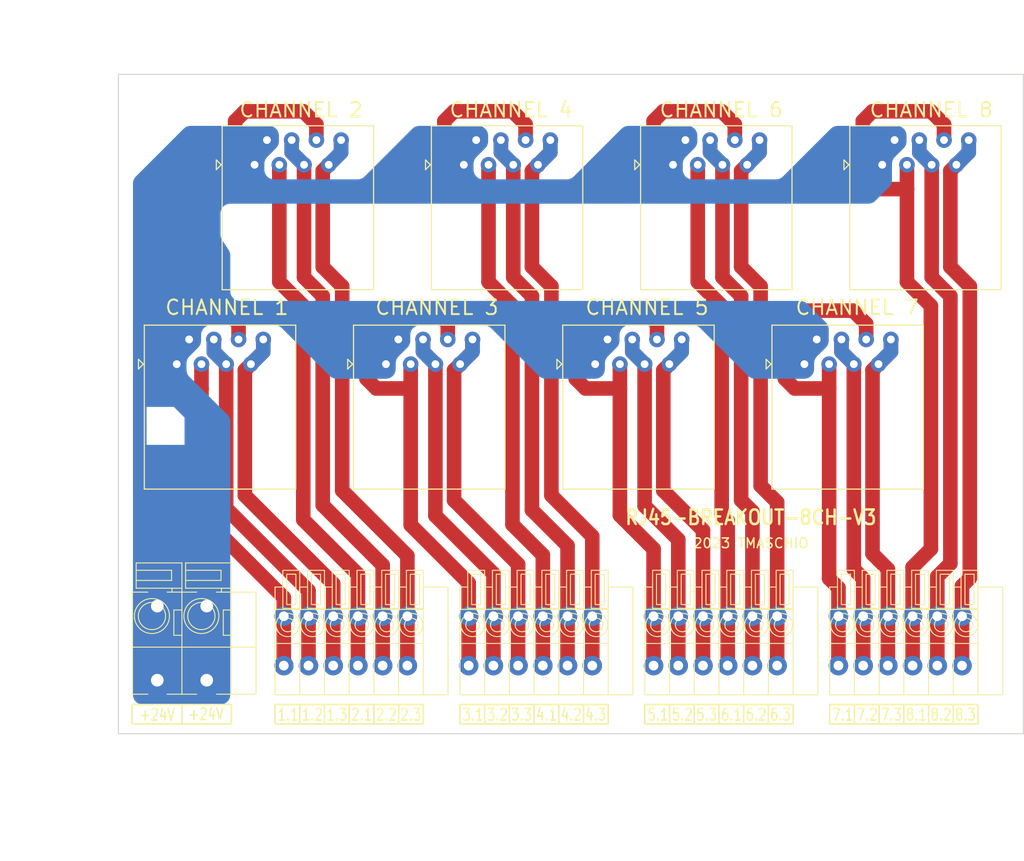
<source format=kicad_pcb>
(kicad_pcb (version 20241229) (generator "pcbnew") (generator_version "9.0")
  (title_block (title "8 Channel RJ45 Breakout Board") (rev "V3"))
  (layers (0 "F.Cu" signal) (2 "B.Cu" signal) (13 "F.Paste" user) (15 "B.Paste" user) (5 "F.SilkS" user "F.Silkscreen") (7 "B.SilkS" user "B.Silkscreen") (1 "F.Mask" user) (3 "B.Mask" user) (25 "Edge.Cuts" user))
  (net 0 "")
  (net 1 "Net-(J9-Pin_1)")
  (net 2 "Net-(J10-Pin_1)")
  (net 3 "Net-(J10-Pin_2)")
  (net 4 "Net-(J10-Pin_3)")
  (net 5 "Net-(J10-Pin_4)")
  (net 6 "Net-(J10-Pin_5)")
  (net 7 "Net-(J10-Pin_6)")
  (net 8 "Net-(J11-Pin_1)")
  (net 9 "Net-(J11-Pin_2)")
  (net 10 "Net-(J11-Pin_3)")
  (net 11 "Net-(J11-Pin_4)")
  (net 12 "Net-(J11-Pin_5)")
  (net 13 "Net-(J11-Pin_6)")
  (net 14 "Net-(J12-Pin_1)")
  (net 15 "Net-(J12-Pin_2)")
  (net 16 "Net-(J12-Pin_3)")
  (net 17 "Net-(J12-Pin_4)")
  (net 18 "Net-(J12-Pin_5)")
  (net 19 "Net-(J12-Pin_6)")
  (net 20 "Net-(J13-Pin_1)")
  (net 21 "Net-(J13-Pin_2)")
  (net 22 "Net-(J13-Pin_3)")
  (net 23 "Net-(J13-Pin_4)")
  (net 24 "Net-(J13-Pin_5)")
  (net 25 "Net-(J13-Pin_6)")
  (footprint "Tales:RJ45_CKMTW_R-RJ45S08P-A004" (layer "F.Cu") (at 131.945 92)
    (property "Reference" "J3")
    (property "Value" "Jack RJ45")
  )
  (footprint "Tales:RJ45_CKMTW_R-RJ45S08P-A004" (layer "F.Cu") (at 153.445 92)
    (property "Reference" "J5")
    (property "Value" "Jack RJ45")
  )
  (footprint "Tales:RJ45_CKMTW_R-RJ45S08P-A004" (layer "F.Cu") (at 139.945 71.5)
    (property "Reference" "J4")
    (property "Value" "Jack RJ45")
  )
  (footprint "Tales:TerminalBlock_Dibo_DB141V-2.54-6P_1x06_P2.54mm_Vertical" (layer "F.Cu") (at 174 123)
    (property "Reference" "J13")
    (property "Value" "DB141V-2.54-6P")
  )
  (footprint "Tales:RJ45_CKMTW_R-RJ45S08P-A004" (layer "F.Cu") (at 174.945 92)
    (property "Reference" "J7")
    (property "Value" "Jack RJ45")
  )
  (footprint "Tales:RJ45_CKMTW_R-RJ45S08P-A004" (layer "F.Cu") (at 161.445 71.5)
    (property "Reference" "J6")
    (property "Value" "Jack RJ45")
  )
  (footprint "Tales:TerminalBlock_Dibo_DB141V-2.54-6P_1x06_P2.54mm_Vertical" (layer "F.Cu") (at 117 123)
    (property "Reference" "J10")
    (property "Value" "DB141V-2.54-6P")
  )
  (footprint "Tales:TerminalBlock_Dibo_DB141V-2.54-6P_1x06_P2.54mm_Vertical" (layer "F.Cu") (at 155 123)
    (property "Reference" "J12")
    (property "Value" "DB141V-2.54-6P")
  )
  (footprint "Tales:RJ45_CKMTW_R-RJ45S08P-A004" (layer "F.Cu") (at 182.945 71.5)
    (property "Reference" "J8")
    (property "Value" "Jack RJ45")
  )
  (footprint "Tales:RJ45_CKMTW_R-RJ45S08P-A004" (layer "F.Cu") (at 118.445 71.5)
    (property "Reference" "J2")
    (property "Value" "Jack RJ45")
  )
  (footprint "Tales:RJ45_CKMTW_R-RJ45S08P-A004" (layer "F.Cu") (at 110.445 92)
    (property "Reference" "J1")
    (property "Value" "Jack RJ45")
  )
  (footprint "Tales:TerminalBlock_Dibo_DB141V-2.54-6P_1x06_P2.54mm_Vertical" (layer "F.Cu") (at 136 123)
    (property "Reference" "J11")
    (property "Value" "DB141V-2.54-6P")
  )
  (footprint "Tales:TerminalBlock_Dibo_DB142V-5.08-2P_1x02_P5.08mm_Vertical" (layer "F.Cu") (at 104 124.5)
    (property "Reference" "J9")
    (property "Value" "DB142V-5.08-2P")
  )
  (gr_line (start 145.26 127) (end 145.26 129) (stroke (width 0.15)) (layer "F.SilkS"))
  (gr_line (start 123.72 127) (end 123.72 129) (stroke (width 0.15)) (layer "F.SilkS"))
  (gr_line (start 137.64 127) (end 137.64 129) (stroke (width 0.15)) (layer "F.SilkS"))
  (gr_line (start 126.26 127) (end 126.26 129) (stroke (width 0.15)) (layer "F.SilkS"))
  (gr_rect (start 173.1 127) (end 188.34 129) (stroke (width 0.15)) (fill no) (layer "F.SilkS"))
  (gr_rect (start 116.1 127) (end 131.34 129) (stroke (width 0.15)) (fill no) (layer "F.SilkS"))
  (gr_line (start 180.72 127) (end 180.72 129) (stroke (width 0.15)) (layer "F.SilkS"))
  (gr_line (start 159.18 127) (end 159.18 129) (stroke (width 0.15)) (layer "F.SilkS"))
  (gr_line (start 161.72 127) (end 161.72 129) (stroke (width 0.15)) (layer "F.SilkS"))
  (gr_line (start 183.26 127) (end 183.26 129) (stroke (width 0.15)) (layer "F.SilkS"))
  (gr_line (start 178.18 127) (end 178.18 129) (stroke (width 0.15)) (layer "F.SilkS"))
  (gr_rect (start 135.1 127) (end 150.34 129) (stroke (width 0.15)) (fill no) (layer "F.SilkS"))
  (gr_rect (start 154.1 127) (end 169.34 129) (stroke (width 0.15)) (fill no) (layer "F.SilkS"))
  (gr_line (start 140.18 127) (end 140.18 129) (stroke (width 0.15)) (layer "F.SilkS"))
  (gr_line (start 121.18 127) (end 121.18 129) (stroke (width 0.15)) (layer "F.SilkS"))
  (gr_line (start 147.8 127) (end 147.8 129) (stroke (width 0.15)) (layer "F.SilkS"))
  (gr_line (start 106.54 127) (end 106.54 129) (stroke (width 0.15)) (layer "F.SilkS"))
  (gr_line (start 185.8 127) (end 185.8 129) (stroke (width 0.15)) (layer "F.SilkS"))
  (gr_line (start 175.64 127) (end 175.64 129) (stroke (width 0.15)) (layer "F.SilkS"))
  (gr_line (start 142.72 127) (end 142.72 129) (stroke (width 0.15)) (layer "F.SilkS"))
  (gr_rect (start 101.4 127) (end 111.62 129) (stroke (width 0.15)) (fill no) (layer "F.SilkS"))
  (gr_line (start 166.8 127) (end 166.8 129) (stroke (width 0.15)) (layer "F.SilkS"))
  (gr_line (start 164.26 127) (end 164.26 129) (stroke (width 0.15)) (layer "F.SilkS"))
  (gr_line (start 128.8 127) (end 128.8 129) (stroke (width 0.15)) (layer "F.SilkS"))
  (gr_line (start 156.64 127) (end 156.64 129) (stroke (width 0.15)) (layer "F.SilkS"))
  (gr_line (start 118.64 127) (end 118.64 129) (stroke (width 0.15)) (layer "F.SilkS"))
  (gr_line (start 100 130) (end 193 130) (stroke (width 0.1)) (layer "Edge.Cuts"))
  (gr_line (start 193 62.2) (end 100 62.2) (stroke (width 0.1)) (layer "Edge.Cuts"))
  (gr_line (start 100 62.2) (end 100 130) (stroke (width 0.1)) (layer "Edge.Cuts"))
  (gr_line (start 193 130) (end 193 62.2) (stroke (width 0.1)) (layer "Edge.Cuts"))
  (gr_text "CHANNEL 1" (at 111.15 86.17 0) (layer "F.SilkS") (effects (font (size 1.5 1.5) (thickness 0.2))))
  (gr_text "CHANNEL 5" (at 154.33 86.17 0) (layer "F.SilkS") (effects (font (size 1.5 1.5) (thickness 0.2))))
  (gr_text "CHANNEL 8" (at 183.54 65.85 0) (layer "F.SilkS") (effects (font (size 1.5 1.5) (thickness 0.2))))
  (gr_text "CHANNEL 7" (at 175.92 86.17 0) (layer "F.SilkS") (effects (font (size 1.5 1.5) (thickness 0.2))))
  (gr_text "CHANNEL 2" (at 118.77 65.85 0) (layer "F.SilkS") (effects (font (size 1.5 1.5) (thickness 0.2))))
  (gr_text "1.1" (at 117.45 128.05 0) (layer "F.SilkS") (effects (font (size 1.2 0.9) (thickness 0.15) (bold yes))))
  (gr_text "2.2" (at 127.55 128.05 0) (layer "F.SilkS") (effects (font (size 1.2 0.9) (thickness 0.15) (bold yes))))
  (gr_text "5.1" (at 155.45 128.05 0) (layer "F.SilkS") (effects (font (size 1.2 0.9) (thickness 0.15) (bold yes))))
  (gr_text "5.2" (at 157.95 128.05 0) (layer "F.SilkS") (effects (font (size 1.2 0.9) (thickness 0.15) (bold yes))))
  (gr_text "7.2" (at 176.95 128.05 0) (layer "F.SilkS") (effects (font (size 1.2 0.9) (thickness 0.15) (bold yes))))
  (gr_text "4.3" (at 149.05 128.05 0) (layer "F.SilkS") (effects (font (size 1.2 0.9) (thickness 0.15) (bold yes))))
  (gr_text "7.1" (at 174.45 128.05 0) (layer "F.SilkS") (effects (font (size 1.2 0.9) (thickness 0.15) (bold yes))))
  (gr_text "1.2" (at 119.95 128.05 0) (layer "F.SilkS") (effects (font (size 1.2 0.9) (thickness 0.15) (bold yes))))
  (gr_text "1.3" (at 122.45 128.05 0) (layer "F.SilkS") (effects (font (size 1.2 0.9) (thickness 0.15) (bold yes))))
  (gr_text "2.1" (at 125 128.05 0) (layer "F.SilkS") (effects (font (size 1.2 0.9) (thickness 0.15) (bold yes))))
  (gr_text "CHANNEL 3" (at 132.74 86.17 0) (layer "F.SilkS") (effects (font (size 1.5 1.5) (thickness 0.2))))
  (gr_text "3.3" (at 141.45 128.05 0) (layer "F.SilkS") (effects (font (size 1.2 0.9) (thickness 0.15) (bold yes))))
  (gr_text "8.3" (at 187.05 128.05 0) (layer "F.SilkS") (effects (font (size 1.2 0.9) (thickness 0.15) (bold yes))))
  (gr_text "4.1" (at 144 128.05 0) (layer "F.SilkS") (effects (font (size 1.2 0.9) (thickness 0.15) (bold yes))))
  (gr_text "7.3" (at 179.45 128.05 0) (layer "F.SilkS") (effects (font (size 1.2 0.9) (thickness 0.15) (bold yes))))
  (gr_text "RJ45-BREAKOUT-8CH-V3" (at 165 107.76 0) (layer "F.SilkS") (effects (font (size 1.5 1.3) (thickness 0.25) (bold yes))))
  (gr_text "+24V" (at 104 128.05 0) (layer "F.SilkS") (effects (font (size 1.2 0.9) (thickness 0.15) (bold yes))))
  (gr_text "4.2" (at 146.55 128.05 0) (layer "F.SilkS") (effects (font (size 1.2 0.9) (thickness 0.15) (bold yes))))
  (gr_text "2.3" (at 130.05 128.05 0) (layer "F.SilkS") (effects (font (size 1.2 0.9) (thickness 0.15) (bold yes))))
  (gr_text "8.1" (at 182 128.05 0) (layer "F.SilkS") (effects (font (size 1.2 0.9) (thickness 0.15) (bold yes))))
  (gr_text "CHANNEL 4" (at 140.36 65.85 0) (layer "F.SilkS") (effects (font (size 1.5 1.5) (thickness 0.2))))
  (gr_text "3.2" (at 138.95 128.05 0) (layer "F.SilkS") (effects (font (size 1.2 0.9) (thickness 0.15) (bold yes))))
  (gr_text "8.2" (at 184.55 128.05 0) (layer "F.SilkS") (effects (font (size 1.2 0.9) (thickness 0.15) (bold yes))))
  (gr_text "6.2" (at 165.55 128.05 0) (layer "F.SilkS") (effects (font (size 1.2 0.9) (thickness 0.15) (bold yes))))
  (gr_text "6.3" (at 168.05 128.05 0) (layer "F.SilkS") (effects (font (size 1.2 0.9) (thickness 0.15) (bold yes))))
  (gr_text "2023 TMASCHIO" (at 165 111 0) (layer "F.SilkS") (effects (font (size 1 1)) (justify bottom)))
  (gr_text "5.3" (at 160.45 128.05 0) (layer "F.SilkS") (effects (font (size 1.2 0.9) (thickness 0.15) (bold yes))))
  (gr_text "+24V" (at 109 128 0) (layer "F.SilkS") (effects (font (size 1.2 0.9) (thickness 0.15) (bold yes))))
  (gr_text "6.1" (at 163 128.05 0) (layer "F.SilkS") (effects (font (size 1.2 0.9) (thickness 0.15) (bold yes))))
  (gr_text "3.1" (at 136.45 128.05 0) (layer "F.SilkS") (effects (font (size 1.2 0.9) (thickness 0.15) (bold yes))))
  (gr_text "CHANNEL 6" (at 161.95 65.85 0) (layer "F.SilkS") (effects (font (size 1.5 1.5) (thickness 0.2))))
  (segment (start 178.5 71.5) (end 178.5 70.23) (width 1.5) (layer "F.Cu") (net 1))
  (segment (start 178.5 70.23) (end 179.77 68.96) (width 1.5) (layer "F.Cu") (net 1))
  (segment (start 127.5 92) (end 127.5 90.73) (width 1.5) (layer "F.Cu") (net 1))
  (segment (start 114 71.5) (end 114 70.23) (width 1.5) (layer "F.Cu") (net 1))
  (segment (start 157 71.5) (end 157 70.23) (width 1.5) (layer "F.Cu") (net 1))
  (segment (start 135.5 71.5) (end 135.5 70.23) (width 1.5) (layer "F.Cu") (net 1))
  (segment (start 157 70.23) (end 158.27 68.96) (width 1.5) (layer "F.Cu") (net 1))
  (segment (start 149 92) (end 149 90.73) (width 1.5) (layer "F.Cu") (net 1))
  (segment (start 170.5 92) (end 170.5 90.73) (width 1.5) (layer "F.Cu") (net 1))
  (segment (start 106 90.73) (end 107.27 89.46) (width 1.5) (layer "F.Cu") (net 1))
  (segment (start 135.5 70.23) (end 136.77 68.96) (width 1.5) (layer "F.Cu") (net 1))
  (segment (start 106 92) (end 106 90.73) (width 1.5) (layer "F.Cu") (net 1))
  (segment (start 127.5 90.73) (end 128.77 89.46) (width 1.5) (layer "F.Cu") (net 1))
  (segment (start 114 70.23) (end 115.27 68.96) (width 1.5) (layer "F.Cu") (net 1))
  (segment (start 170.5 90.73) (end 171.77 89.46) (width 1.5) (layer "F.Cu") (net 1))
  (segment (start 149 90.73) (end 150.27 89.46) (width 1.5) (layer "F.Cu") (net 1))
  (segment (start 128.5 71.5) (end 135.5 71.5) (width 1.5) (layer "B.Cu") (net 1))
  (segment (start 157 73) (end 158 74) (width 1.5) (layer "B.Cu") (net 1))
  (segment (start 150 71.5) (end 157 71.5) (width 1.5) (layer "B.Cu") (net 1))
  (segment (start 147.5 74) (end 150 71.5) (width 1.5) (layer "B.Cu") (net 1))
  (segment (start 135.5 73) (end 136.5 74) (width 1.5) (layer "B.Cu") (net 1))
  (segment (start 122.5 92) (end 127.5 92) (width 1.5) (layer "B.Cu") (net 1))
  (segment (start 157 71.5) (end 157 70.23) (width 1.5) (layer "B.Cu") (net 1))
  (segment (start 169 74) (end 171.5 71.5) (width 1.5) (layer "B.Cu") (net 1))
  (segment (start 178.5 71.5) (end 178.5 70.23) (width 1.5) (layer "B.Cu") (net 1))
  (segment (start 130 87) (end 128.77 88.23) (width 1.5) (layer "B.Cu") (net 1))
  (segment (start 144 92) (end 139 87) (width 1.5) (layer "B.Cu") (net 1))
  (segment (start 114 71.5) (end 114 70.23) (width 1.5) (layer "B.Cu") (net 1))
  (segment (start 107.27 87) (end 107.27 89.46) (width 1.5) (layer "B.Cu") (net 1))
  (segment (start 126 74) (end 128.5 71.5) (width 1.5) (layer "B.Cu") (net 1))
  (segment (start 107.27 76.98) (end 110.25 74) (width 1.5) (layer "B.Cu") (net 1))
  (segment (start 106 90.73) (end 107.27 89.46) (width 1.5) (layer "B.Cu") (net 1))
  (segment (start 170.5 92) (end 170.5 90.73) (width 1.5) (layer "B.Cu") (net 1))
  (segment (start 114 71.5) (end 114 74) (width 1.5) (layer "B.Cu") (net 1))
  (segment (start 157 70.23) (end 158.27 68.96) (width 1.5) (layer "B.Cu") (net 1))
  (segment (start 117.5 87) (end 107.27 87) (width 1.5) (layer "B.Cu") (net 1))
  (segment (start 110.25 74) (end 114 74) (width 1.5) (layer "B.Cu") (net 1))
  (segment (start 178.5 70.23) (end 179.77 68.96) (width 1.5) (layer "B.Cu") (net 1))
  (segment (start 106 92) (end 106 90.73) (width 1.5) (layer "B.Cu") (net 1))
  (segment (start 139 87) (end 130 87) (width 1.5) (layer "B.Cu") (net 1))
  (segment (start 165.5 92) (end 160.5 87) (width 1.5) (layer "B.Cu") (net 1))
  (segment (start 106 95) (end 109.08 98.08) (width 1.5) (layer "B.Cu") (net 1))
  (segment (start 128.77 88.23) (end 128.77 89.46) (width 1.5) (layer "B.Cu") (net 1))
  (segment (start 127.5 92) (end 127.5 90.73) (width 1.5) (layer "B.Cu") (net 1))
  (segment (start 127.5 90.73) (end 128.77 89.46) (width 1.5) (layer "B.Cu") (net 1))
  (segment (start 157 71.5) (end 157 73) (width 1.5) (layer "B.Cu") (net 1))
  (segment (start 150.27 88.23) (end 150.27 89.46) (width 1.5) (layer "B.Cu") (net 1))
  (segment (start 170.5 90.73) (end 171.77 89.46) (width 1.5) (layer "B.Cu") (net 1))
  (segment (start 160.5 87) (end 151.5 87) (width 1.5) (layer "B.Cu") (net 1))
  (segment (start 135.5 70.23) (end 136.77 68.96) (width 1.5) (layer "B.Cu") (net 1))
  (segment (start 114 70.23) (end 115.27 68.96) (width 1.5) (layer "B.Cu") (net 1))
  (segment (start 109.08 98.08) (end 109.08 124.5) (width 1.5) (layer "B.Cu") (net 1))
  (segment (start 149 92) (end 149 90.73) (width 1.5) (layer "B.Cu") (net 1))
  (segment (start 158 74) (end 169 74) (width 1.5) (layer "B.Cu") (net 1))
  (segment (start 136.5 74) (end 147.5 74) (width 1.5) (layer "B.Cu") (net 1))
  (segment (start 107.27 87) (end 107.27 76.98) (width 1.5) (layer "B.Cu") (net 1))
  (segment (start 122.5 92) (end 117.5 87) (width 1.5) (layer "B.Cu") (net 1))
  (segment (start 106 92) (end 106 95) (width 1.5) (layer "B.Cu") (net 1))
  (segment (start 170.5 92) (end 165.5 92) (width 1.5) (layer "B.Cu") (net 1))
  (segment (start 114 74) (end 126 74) (width 1.5) (layer "B.Cu") (net 1))
  (segment (start 149 92) (end 144 92) (width 1.5) (layer "B.Cu") (net 1))
  (segment (start 135.5 71.5) (end 135.5 73) (width 1.5) (layer "B.Cu") (net 1))
  (segment (start 171.5 71.5) (end 178.5 71.5) (width 1.5) (layer "B.Cu") (net 1))
  (segment (start 149 90.73) (end 150.27 89.46) (width 1.5) (layer "B.Cu") (net 1))
  (segment (start 151.5 87) (end 150.27 88.23) (width 1.5) (layer "B.Cu") (net 1))
  (segment (start 109.08 124.5) (end 104 124.5) (width 1.5) (layer "B.Cu") (net 1))
  (segment (start 135.5 71.5) (end 135.5 70.23) (width 1.5) (layer "B.Cu") (net 1))
  (segment (start 117 123) (end 117 117.92) (width 1.5) (layer "F.Cu") (net 2))
  (segment (start 112.35 89.46) (end 112.35 87.85) (width 1.5) (layer "F.Cu") (net 2))
  (segment (start 117 117.92) (end 117 116) (width 1.5) (layer "F.Cu") (net 2))
  (segment (start 105 86.5) (end 104 87.5) (width 1.5) (layer "F.Cu") (net 2))
  (segment (start 117 116) (end 108.54 107.54) (width 1.5) (layer "F.Cu") (net 2))
  (segment (start 105 94.5) (end 108.54 94.5) (width 1.5) (layer "F.Cu") (net 2))
  (segment (start 111 86.5) (end 105 86.5) (width 1.5) (layer "F.Cu") (net 2))
  (segment (start 108.54 107.54) (end 108.54 94.5) (width 1.5) (layer "F.Cu") (net 2))
  (segment (start 104 93.5) (end 105 94.5) (width 1.5) (layer "F.Cu") (net 2))
  (segment (start 108.54 92) (end 108.54 94.5) (width 1.5) (layer "F.Cu") (net 2))
  (segment (start 112.35 87.85) (end 111 86.5) (width 1.5) (layer "F.Cu") (net 2))
  (segment (start 104 87.5) (end 104 93.5) (width 1.5) (layer "F.Cu") (net 2))
  (segment (start 119.54 115.29) (end 119.54 117.92) (width 1.5) (layer "F.Cu") (net 3))
  (segment (start 111.08 106.83) (end 119.54 115.29) (width 1.5) (layer "F.Cu") (net 3))
  (segment (start 111.08 92) (end 111.08 106.83) (width 1.5) (layer "F.Cu") (net 3))
  (segment (start 119.54 123) (end 119.54 117.92) (width 1.5) (layer "F.Cu") (net 3))
  (segment (start 109.81 90.73) (end 111.08 92) (width 1.5) (layer "F.Cu") (net 3))
  (segment (start 109.81 89.46) (end 109.81 90.73) (width 1.5) (layer "F.Cu") (net 3))
  (segment (start 109.81 89.46) (end 109.81 90.73) (width 1.5) (layer "B.Cu") (net 3))
  (segment (start 109.81 90.73) (end 111.08 92) (width 1.5) (layer "B.Cu") (net 3))
  (segment (start 122.08 123) (end 122.08 117.92) (width 1.5) (layer "F.Cu") (net 4))
  (segment (start 114.89 90.73) (end 113.62 92) (width 1.5) (layer "F.Cu") (net 4))
  (segment (start 114.89 89.46) (end 114.89 90.73) (width 1.5) (layer "F.Cu") (net 4))
  (segment (start 113.62 92) (end 113 92.62) (width 1.5) (layer "F.Cu") (net 4))
  (segment (start 113 105.5) (end 122.08 114.58) (width 1.5) (layer "F.Cu") (net 4))
  (segment (start 113 92.62) (end 113 105.5) (width 1.5) (layer "F.Cu") (net 4))
  (segment (start 122.08 114.58) (end 122.08 117.92) (width 1.5) (layer "F.Cu") (net 4))
  (segment (start 114.89 89.46) (end 114.89 90.73) (width 1.5) (layer "B.Cu") (net 4))
  (segment (start 114.89 90.73) (end 113.62 92) (width 1.5) (layer "B.Cu") (net 4))
  (segment (start 124.62 117.92) (end 124.62 113.62) (width 1.5) (layer "F.Cu") (net 5))
  (segment (start 119 86) (end 116.54 83.54) (width 1.5) (layer "F.Cu") (net 5))
  (segment (start 120.35 67.35) (end 119 66) (width 1.5) (layer "F.Cu") (net 5))
  (segment (start 124.62 123) (end 124.62 117.92) (width 1.5) (layer "F.Cu") (net 5))
  (segment (start 124.62 113.62) (end 119 108) (width 1.5) (layer "F.Cu") (net 5))
  (segment (start 112 67) (end 112 73) (width 1.5) (layer "F.Cu") (net 5))
  (segment (start 113 74) (end 116.54 74) (width 1.5) (layer "F.Cu") (net 5))
  (segment (start 116.54 83.54) (end 116.54 74) (width 1.5) (layer "F.Cu") (net 5))
  (segment (start 119 108) (end 119 86) (width 1.5) (layer "F.Cu") (net 5))
  (segment (start 120.35 68.96) (end 120.35 67.35) (width 1.5) (layer "F.Cu") (net 5))
  (segment (start 119 66) (end 113 66) (width 1.5) (layer "F.Cu") (net 5))
  (segment (start 116.54 71.5) (end 116.54 74) (width 1.5) (layer "F.Cu") (net 5))
  (segment (start 113 66) (end 112 67) (width 1.5) (layer "F.Cu") (net 5))
  (segment (start 112 73) (end 113 74) (width 1.5) (layer "F.Cu") (net 5))
  (segment (start 119.08 83.08) (end 119.08 71.5) (width 1.5) (layer "F.Cu") (net 6))
  (segment (start 127.16 112.66) (end 121 106.5) (width 1.5) (layer "F.Cu") (net 6))
  (segment (start 121 85) (end 119.08 83.08) (width 1.5) (layer "F.Cu") (net 6))
  (segment (start 117.81 70.23) (end 119.08 71.5) (width 1.5) (layer "F.Cu") (net 6))
  (segment (start 117.81 68.96) (end 117.81 70.23) (width 1.5) (layer "F.Cu") (net 6))
  (segment (start 127.16 117.92) (end 127.16 112.66) (width 1.5) (layer "F.Cu") (net 6))
  (segment (start 127.16 123) (end 127.16 117.92) (width 1.5) (layer "F.Cu") (net 6))
  (segment (start 121 106.5) (end 121 85) (width 1.5) (layer "F.Cu") (net 6))
  (segment (start 117.81 70.23) (end 119.08 71.5) (width 1.5) (layer "B.Cu") (net 6))
  (segment (start 117.81 68.96) (end 117.81 70.23) (width 1.5) (layer "B.Cu") (net 6))
  (segment (start 123 105) (end 123 84) (width 1.5) (layer "F.Cu") (net 7))
  (segment (start 129.7 117.92) (end 129.7 111.7) (width 1.5) (layer "F.Cu") (net 7))
  (segment (start 121 72.12) (end 121.62 71.5) (width 1.5) (layer "F.Cu") (net 7))
  (segment (start 121 82) (end 121 72.12) (width 1.5) (layer "F.Cu") (net 7))
  (segment (start 122.89 68.96) (end 122.89 70.23) (width 1.5) (layer "F.Cu") (net 7))
  (segment (start 122.89 70.23) (end 121.62 71.5) (width 1.5) (layer "F.Cu") (net 7))
  (segment (start 129.7 123) (end 129.7 117.92) (width 1.5) (layer "F.Cu") (net 7))
  (segment (start 123 84) (end 121 82) (width 1.5) (layer "F.Cu") (net 7))
  (segment (start 129.7 111.7) (end 123 105) (width 1.5) (layer "F.Cu") (net 7))
  (segment (start 122.89 68.96) (end 122.89 70.23) (width 1.5) (layer "B.Cu") (net 7))
  (segment (start 122.89 70.23) (end 121.62 71.5) (width 1.5) (layer "B.Cu") (net 7))
  (segment (start 130.04 108.54) (end 130.04 94.5) (width 1.5) (layer "F.Cu") (net 8))
  (segment (start 133.85 89.46) (end 133.85 87.85) (width 1.5) (layer "F.Cu") (net 8))
  (segment (start 126.5 94.5) (end 130.04 94.5) (width 1.5) (layer "F.Cu") (net 8))
  (segment (start 130.04 92) (end 130.04 94.5) (width 1.5) (layer "F.Cu") (net 8))
  (segment (start 125.5 87.5) (end 125.5 93.5) (width 1.5) (layer "F.Cu") (net 8))
  (segment (start 136 123) (end 136 117.92) (width 1.5) (layer "F.Cu") (net 8))
  (segment (start 136 117.92) (end 136 114.5) (width 1.5) (layer "F.Cu") (net 8))
  (segment (start 126.5 86.5) (end 125.5 87.5) (width 1.5) (layer "F.Cu") (net 8))
  (segment (start 133.85 87.85) (end 132.5 86.5) (width 1.5) (layer "F.Cu") (net 8))
  (segment (start 125.5 93.5) (end 126.5 94.5) (width 1.5) (layer "F.Cu") (net 8))
  (segment (start 136 114.5) (end 130.04 108.54) (width 1.5) (layer "F.Cu") (net 8))
  (segment (start 132.5 86.5) (end 126.5 86.5) (width 1.5) (layer "F.Cu") (net 8))
  (segment (start 131.31 90.73) (end 132.58 92) (width 1.5) (layer "F.Cu") (net 9))
  (segment (start 138.54 113.54) (end 132.58 107.58) (width 1.5) (layer "F.Cu") (net 9))
  (segment (start 138.54 117.92) (end 138.54 113.54) (width 1.5) (layer "F.Cu") (net 9))
  (segment (start 138.54 123) (end 138.54 117.92) (width 1.5) (layer "F.Cu") (net 9))
  (segment (start 131.31 89.46) (end 131.31 90.73) (width 1.5) (layer "F.Cu") (net 9))
  (segment (start 132.58 107.58) (end 132.58 92) (width 1.5) (layer "F.Cu") (net 9))
  (segment (start 131.31 89.46) (end 131.31 90.73) (width 1.5) (layer "B.Cu") (net 9))
  (segment (start 131.31 90.73) (end 132.58 92) (width 1.5) (layer "B.Cu") (net 9))
  (segment (start 141.08 112.58) (end 134.5 106) (width 1.5) (layer "F.Cu") (net 10))
  (segment (start 141.08 117.92) (end 141.08 112.58) (width 1.5) (layer "F.Cu") (net 10))
  (segment (start 136.39 90.73) (end 135.12 92) (width 1.5) (layer "F.Cu") (net 10))
  (segment (start 136.39 89.46) (end 136.39 90.73) (width 1.5) (layer "F.Cu") (net 10))
  (segment (start 134.5 92.62) (end 135.12 92) (width 1.5) (layer "F.Cu") (net 10))
  (segment (start 141.08 123) (end 141.08 117.92) (width 1.5) (layer "F.Cu") (net 10))
  (segment (start 134.5 106) (end 134.5 92.62) (width 1.5) (layer "F.Cu") (net 10))
  (segment (start 136.39 89.46) (end 136.39 90.73) (width 1.5) (layer "B.Cu") (net 10))
  (segment (start 136.39 90.73) (end 135.12 92) (width 1.5) (layer "B.Cu") (net 10))
  (segment (start 141.85 67.35) (end 140.5 66) (width 1.5) (layer "F.Cu") (net 11))
  (segment (start 140.5 86) (end 138.04 83.54) (width 1.5) (layer "F.Cu") (net 11))
  (segment (start 143.62 117.92) (end 143.62 111.62) (width 1.5) (layer "F.Cu") (net 11))
  (segment (start 141.85 68.96) (end 141.85 67.35) (width 1.5) (layer "F.Cu") (net 11))
  (segment (start 133.5 73) (end 134.5 74) (width 1.5) (layer "F.Cu") (net 11))
  (segment (start 134.5 74) (end 138.04 74) (width 1.5) (layer "F.Cu") (net 11))
  (segment (start 140.5 108.5) (end 140.5 86) (width 1.5) (layer "F.Cu") (net 11))
  (segment (start 143.62 123) (end 143.62 117.92) (width 1.5) (layer "F.Cu") (net 11))
  (segment (start 143.62 111.62) (end 140.5 108.5) (width 1.5) (layer "F.Cu") (net 11))
  (segment (start 138.04 83.54) (end 138.04 74) (width 1.5) (layer "F.Cu") (net 11))
  (segment (start 133.5 67) (end 133.5 73) (width 1.5) (layer "F.Cu") (net 11))
  (segment (start 134.5 66) (end 133.5 67) (width 1.5) (layer "F.Cu") (net 11))
  (segment (start 140.5 66) (end 134.5 66) (width 1.5) (layer "F.Cu") (net 11))
  (segment (start 138.04 71.5) (end 138.04 74) (width 1.5) (layer "F.Cu") (net 11))
  (segment (start 142.5 107) (end 142.5 85) (width 1.5) (layer "F.Cu") (net 12))
  (segment (start 146.16 110.66) (end 142.5 107) (width 1.5) (layer "F.Cu") (net 12))
  (segment (start 142.5 85) (end 140.58 83.08) (width 1.5) (layer "F.Cu") (net 12))
  (segment (start 140.58 83.08) (end 140.58 71.5) (width 1.5) (layer "F.Cu") (net 12))
  (segment (start 146.16 123) (end 146.16 117.92) (width 1.5) (layer "F.Cu") (net 12))
  (segment (start 139.31 70.23) (end 140.58 71.5) (width 1.5) (layer "F.Cu") (net 12))
  (segment (start 146.16 117.92) (end 146.16 110.66) (width 1.5) (layer "F.Cu") (net 12))
  (segment (start 139.31 68.96) (end 139.31 70.23) (width 1.5) (layer "F.Cu") (net 12))
  (segment (start 139.31 68.96) (end 139.31 70.23) (width 1.5) (layer "B.Cu") (net 12))
  (segment (start 139.31 70.23) (end 140.58 71.5) (width 1.5) (layer "B.Cu") (net 12))
  (segment (start 142.5 72.12) (end 143.12 71.5) (width 1.5) (layer "F.Cu") (net 13))
  (segment (start 144.5 84) (end 142.5 82) (width 1.5) (layer "F.Cu") (net 13))
  (segment (start 142.5 82) (end 142.5 72.12) (width 1.5) (layer "F.Cu") (net 13))
  (segment (start 148.7 109.7) (end 144.5 105.5) (width 1.5) (layer "F.Cu") (net 13))
  (segment (start 144.39 70.23) (end 143.12 71.5) (width 1.5) (layer "F.Cu") (net 13))
  (segment (start 144.5 105.5) (end 144.5 84) (width 1.5) (layer "F.Cu") (net 13))
  (segment (start 148.7 117.92) (end 148.7 109.7) (width 1.5) (layer "F.Cu") (net 13))
  (segment (start 148.7 123) (end 148.7 117.92) (width 1.5) (layer "F.Cu") (net 13))
  (segment (start 144.39 68.96) (end 144.39 70.23) (width 1.5) (layer "F.Cu") (net 13))
  (segment (start 144.39 68.96) (end 144.39 70.23) (width 1.5) (layer "B.Cu") (net 13))
  (segment (start 144.39 70.23) (end 143.12 71.5) (width 1.5) (layer "B.Cu") (net 13))
  (segment (start 151.54 107.54) (end 151.54 94.5) (width 1.5) (layer "F.Cu") (net 14))
  (segment (start 147 93.5) (end 148 94.5) (width 1.5) (layer "F.Cu") (net 14))
  (segment (start 147 87.5) (end 147 93.5) (width 1.5) (layer "F.Cu") (net 14))
  (segment (start 154 86.5) (end 148 86.5) (width 1.5) (layer "F.Cu") (net 14))
  (segment (start 155 117.92) (end 155 111) (width 1.5) (layer "F.Cu") (net 14))
  (segment (start 155 111) (end 151.54 107.54) (width 1.5) (layer "F.Cu") (net 14))
  (segment (start 148 94.5) (end 151.54 94.5) (width 1.5) (layer "F.Cu") (net 14))
  (segment (start 151.54 92) (end 151.54 94.5) (width 1.5) (layer "F.Cu") (net 14))
  (segment (start 155 123) (end 155 117.92) (width 1.5) (layer "F.Cu") (net 14))
  (segment (start 155.35 89.46) (end 155.35 87.85) (width 1.5) (layer "F.Cu") (net 14))
  (segment (start 155.35 87.85) (end 154 86.5) (width 1.5) (layer "F.Cu") (net 14))
  (segment (start 148 86.5) (end 147 87.5) (width 1.5) (layer "F.Cu") (net 14))
  (segment (start 154.08 106.58) (end 154.08 92) (width 1.5) (layer "F.Cu") (net 15))
  (segment (start 157.54 123) (end 157.54 117.92) (width 1.5) (layer "F.Cu") (net 15))
  (segment (start 157.54 117.92) (end 157.54 110.04) (width 1.5) (layer "F.Cu") (net 15))
  (segment (start 152.81 90.73) (end 154.08 92) (width 1.5) (layer "F.Cu") (net 15))
  (segment (start 157.54 110.04) (end 154.08 106.58) (width 1.5) (layer "F.Cu") (net 15))
  (segment (start 152.81 89.46) (end 152.81 90.73) (width 1.5) (layer "F.Cu") (net 15))
  (segment (start 152.81 89.46) (end 152.81 90.73) (width 1.5) (layer "B.Cu") (net 15))
  (segment (start 152.81 90.73) (end 154.08 92) (width 1.5) (layer "B.Cu") (net 15))
  (segment (start 156 92.62) (end 156.62 92) (width 1.5) (layer "F.Cu") (net 16))
  (segment (start 160.08 123) (end 160.08 117.92) (width 1.5) (layer "F.Cu") (net 16))
  (segment (start 157.89 90.73) (end 156.62 92) (width 1.5) (layer "F.Cu") (net 16))
  (segment (start 156 105) (end 156 92.62) (width 1.5) (layer "F.Cu") (net 16))
  (segment (start 160.08 109.08) (end 156 105) (width 1.5) (layer "F.Cu") (net 16))
  (segment (start 157.89 89.46) (end 157.89 90.73) (width 1.5) (layer "F.Cu") (net 16))
  (segment (start 160.08 117.92) (end 160.08 109.08) (width 1.5) (layer "F.Cu") (net 16))
  (segment (start 157.89 90.73) (end 156.62 92) (width 1.5) (layer "B.Cu") (net 16))
  (segment (start 157.89 89.46) (end 157.89 90.73) (width 1.5) (layer "B.Cu") (net 16))
  (segment (start 159.54 83.54) (end 159.54 74) (width 1.5) (layer "F.Cu") (net 17))
  (segment (start 163.35 68.96) (end 163.35 67.35) (width 1.5) (layer "F.Cu") (net 17))
  (segment (start 162 107.5) (end 162 86) (width 1.5) (layer "F.Cu") (net 17))
  (segment (start 156 74) (end 159.54 74) (width 1.5) (layer "F.Cu") (net 17))
  (segment (start 162 66) (end 156 66) (width 1.5) (layer "F.Cu") (net 17))
  (segment (start 156 66) (end 155 67) (width 1.5) (layer "F.Cu") (net 17))
  (segment (start 162.62 117.92) (end 162.62 108.12) (width 1.5) (layer "F.Cu") (net 17))
  (segment (start 163.35 67.35) (end 162 66) (width 1.5) (layer "F.Cu") (net 17))
  (segment (start 155 67) (end 155 73) (width 1.5) (layer "F.Cu") (net 17))
  (segment (start 159.54 71.5) (end 159.54 74) (width 1.5) (layer "F.Cu") (net 17))
  (segment (start 162.62 108.12) (end 162 107.5) (width 1.5) (layer "F.Cu") (net 17))
  (segment (start 155 73) (end 156 74) (width 1.5) (layer "F.Cu") (net 17))
  (segment (start 162.62 123) (end 162.62 117.92) (width 1.5) (layer "F.Cu") (net 17))
  (segment (start 162 86) (end 159.54 83.54) (width 1.5) (layer "F.Cu") (net 17))
  (segment (start 165.16 117.92) (end 165.16 107.16) (width 1.5) (layer "F.Cu") (net 18))
  (segment (start 164 85) (end 162.08 83.08) (width 1.5) (layer "F.Cu") (net 18))
  (segment (start 165.16 123) (end 165.16 117.92) (width 1.5) (layer "F.Cu") (net 18))
  (segment (start 160.81 70.23) (end 162.08 71.5) (width 1.5) (layer "F.Cu") (net 18))
  (segment (start 165.16 107.16) (end 164 106) (width 1.5) (layer "F.Cu") (net 18))
  (segment (start 162.08 83.08) (end 162.08 71.5) (width 1.5) (layer "F.Cu") (net 18))
  (segment (start 164 106) (end 164 85) (width 1.5) (layer "F.Cu") (net 18))
  (segment (start 160.81 68.96) (end 160.81 70.23) (width 1.5) (layer "F.Cu") (net 18))
  (segment (start 160.81 70.23) (end 162.08 71.5) (width 1.5) (layer "B.Cu") (net 18))
  (segment (start 160.81 68.96) (end 160.81 70.23) (width 1.5) (layer "B.Cu") (net 18))
  (segment (start 164 82) (end 164 72.12) (width 1.5) (layer "F.Cu") (net 19))
  (segment (start 166 84) (end 164 82) (width 1.5) (layer "F.Cu") (net 19))
  (segment (start 166 104.5) (end 166 84) (width 1.5) (layer "F.Cu") (net 19))
  (segment (start 167.7 117.92) (end 167.7 106.2) (width 1.5) (layer "F.Cu") (net 19))
  (segment (start 165.89 68.96) (end 165.89 70.23) (width 1.5) (layer "F.Cu") (net 19))
  (segment (start 165.89 70.23) (end 164.62 71.5) (width 1.5) (layer "F.Cu") (net 19))
  (segment (start 167.7 123) (end 167.7 117.92) (width 1.5) (layer "F.Cu") (net 19))
  (segment (start 164 72.12) (end 164.62 71.5) (width 1.5) (layer "F.Cu") (net 19))
  (segment (start 167.7 106.2) (end 166 104.5) (width 1.5) (layer "F.Cu") (net 19))
  (segment (start 165.89 70.23) (end 164.62 71.5) (width 1.5) (layer "B.Cu") (net 19))
  (segment (start 165.89 68.96) (end 165.89 70.23) (width 1.5) (layer "B.Cu") (net 19))
  (segment (start 175.5 86.5) (end 169.5 86.5) (width 1.5) (layer "F.Cu") (net 20))
  (segment (start 169.5 94.5) (end 173.04 94.5) (width 1.5) (layer "F.Cu") (net 20))
  (segment (start 174 115) (end 174 117.92) (width 1.5) (layer "F.Cu") (net 20))
  (segment (start 168.5 87.5) (end 168.5 93.5) (width 1.5) (layer "F.Cu") (net 20))
  (segment (start 176.85 87.85) (end 175.5 86.5) (width 1.5) (layer "F.Cu") (net 20))
  (segment (start 173.04 114.04) (end 174 115) (width 1.5) (layer "F.Cu") (net 20))
  (segment (start 169.5 86.5) (end 168.5 87.5) (width 1.5) (layer "F.Cu") (net 20))
  (segment (start 176.85 89.46) (end 176.85 87.85) (width 1.5) (layer "F.Cu") (net 20))
  (segment (start 174 123) (end 174 117.92) (width 1.5) (layer "F.Cu") (net 20))
  (segment (start 168.5 93.5) (end 169.5 94.5) (width 1.5) (layer "F.Cu") (net 20))
  (segment (start 173.04 92) (end 173.04 94.5) (width 1.5) (layer "F.Cu") (net 20))
  (segment (start 173.04 94.5) (end 173.04 114.04) (width 1.5) (layer "F.Cu") (net 20))
  (segment (start 176.54 114.04) (end 176.54 117.92) (width 1.5) (layer "F.Cu") (net 21))
  (segment (start 175.58 92) (end 175.58 113.08) (width 1.5) (layer "F.Cu") (net 21))
  (segment (start 174.31 90.73) (end 175.58 92) (width 1.5) (layer "F.Cu") (net 21))
  (segment (start 176.54 123) (end 176.54 117.92) (width 1.5) (layer "F.Cu") (net 21))
  (segment (start 175.58 113.08) (end 176.54 114.04) (width 1.5) (layer "F.Cu") (net 21))
  (segment (start 174.31 89.46) (end 174.31 90.73) (width 1.5) (layer "F.Cu") (net 21))
  (segment (start 174.31 90.73) (end 175.58 92) (width 1.5) (layer "B.Cu") (net 21))
  (segment (start 174.31 89.46) (end 174.31 90.73) (width 1.5) (layer "B.Cu") (net 21))
  (segment (start 177.5 111.5) (end 179.08 113.08) (width 1.5) (layer "F.Cu") (net 22))
  (segment (start 179.39 90.73) (end 178.12 92) (width 1.5) (layer "F.Cu") (net 22))
  (segment (start 179.08 123) (end 179.08 117.92) (width 1.5) (layer "F.Cu") (net 22))
  (segment (start 177.5 92.62) (end 177.5 111.5) (width 1.5) (layer "F.Cu") (net 22))
  (segment (start 178.12 92) (end 177.5 92.62) (width 1.5) (layer "F.Cu") (net 22))
  (segment (start 179.39 89.46) (end 179.39 90.73) (width 1.5) (layer "F.Cu") (net 22))
  (segment (start 179.08 113.08) (end 179.08 117.92) (width 1.5) (layer "F.Cu") (net 22))
  (segment (start 179.39 89.46) (end 179.39 90.73) (width 1.5) (layer "B.Cu") (net 22))
  (segment (start 179.39 90.73) (end 178.12 92) (width 1.5) (layer "B.Cu") (net 22))
  (segment (start 184.85 67.35) (end 183.5 66) (width 1.5) (layer "F.Cu") (net 23))
  (segment (start 183.5 86) (end 181.04 83.54) (width 1.5) (layer "F.Cu") (net 23))
  (segment (start 177.5 66) (end 176.5 67) (width 1.5) (layer "F.Cu") (net 23))
  (segment (start 176.5 73) (end 177.5 74) (width 1.5) (layer "F.Cu") (net 23))
  (segment (start 181.04 71.5) (end 181.04 74) (width 1.5) (layer "F.Cu") (net 23))
  (segment (start 183.5 66) (end 177.5 66) (width 1.5) (layer "F.Cu") (net 23))
  (segment (start 181.62 117.92) (end 181.62 112.88) (width 1.5) (layer "F.Cu") (net 23))
  (segment (start 183.5 111) (end 183.5 86) (width 1.5) (layer "F.Cu") (net 23))
  (segment (start 181.62 112.88) (end 183.5 111) (width 1.5) (layer "F.Cu") (net 23))
  (segment (start 181.62 123) (end 181.62 117.92) (width 1.5) (layer "F.Cu") (net 23))
  (segment (start 176.5 67) (end 176.5 73) (width 1.5) (layer "F.Cu") (net 23))
  (segment (start 177.5 74) (end 181.04 74) (width 1.5) (layer "F.Cu") (net 23))
  (segment (start 181.04 83.54) (end 181.04 74) (width 1.5) (layer "F.Cu") (net 23))
  (segment (start 184.85 68.96) (end 184.85 67.35) (width 1.5) (layer "F.Cu") (net 23))
  (segment (start 183.58 71.5) (end 183.58 83.08) (width 1.5) (layer "F.Cu") (net 24))
  (segment (start 184.16 123) (end 184.16 117.92) (width 1.5) (layer "F.Cu") (net 24))
  (segment (start 182.31 70.23) (end 183.58 71.5) (width 1.5) (layer "F.Cu") (net 24))
  (segment (start 182.31 68.96) (end 182.31 70.23) (width 1.5) (layer "F.Cu") (net 24))
  (segment (start 184.16 113.84) (end 185.5 112.5) (width 1.5) (layer "F.Cu") (net 24))
  (segment (start 184.16 117.92) (end 184.16 113.84) (width 1.5) (layer "F.Cu") (net 24))
  (segment (start 185.5 85) (end 185.5 112.5) (width 1.5) (layer "F.Cu") (net 24))
  (segment (start 183.58 83.08) (end 185.5 85) (width 1.5) (layer "F.Cu") (net 24))
  (segment (start 182.31 68.96) (end 182.31 70.23) (width 1.5) (layer "B.Cu") (net 24))
  (segment (start 182.31 70.23) (end 183.58 71.5) (width 1.5) (layer "B.Cu") (net 24))
  (segment (start 186.7 114.8) (end 187.5 114) (width 1.5) (layer "F.Cu") (net 25))
  (segment (start 185.5 72.12) (end 185.5 82) (width 1.5) (layer "F.Cu") (net 25))
  (segment (start 186.12 71.5) (end 185.5 72.12) (width 1.5) (layer "F.Cu") (net 25))
  (segment (start 187.39 68.96) (end 187.39 70.23) (width 1.5) (layer "F.Cu") (net 25))
  (segment (start 185.5 82) (end 187.5 84) (width 1.5) (layer "F.Cu") (net 25))
  (segment (start 187.39 70.23) (end 186.12 71.5) (width 1.5) (layer "F.Cu") (net 25))
  (segment (start 186.7 123) (end 186.7 117.92) (width 1.5) (layer "F.Cu") (net 25))
  (segment (start 187.5 84) (end 187.5 114) (width 1.5) (layer "F.Cu") (net 25))
  (segment (start 186.7 117.92) (end 186.7 114.8) (width 1.5) (layer "F.Cu") (net 25))
  (segment (start 187.39 68.96) (end 187.39 70.23) (width 1.5) (layer "B.Cu") (net 25))
  (segment (start 187.39 70.23) (end 186.12 71.5) (width 1.5) (layer "B.Cu") (net 25))
  (zone (net 1) (net_name "Net-(J9-Pin_1)") (layer "B.Cu") (name "+24V") (priority 1) (connect_pads yes (clearance 0.508)) (min_thickness 0.25) (fill yes (thermal_gap 0.5) (thermal_bridge_width 0.5) (smoothing fillet) (radius 1))
    (polygon (pts (xy 107 67.5) (xy 116.5 67.5) (xy 116.5 69.5) (xy 115 71) (xy 115 73) (xy 125.012469 73) (xy 130.5 67.5) (xy 138 67.5) (xy 138 69.5) (xy 136.5 71) (xy 136.5 73) (xy 146.5 73) (xy 152 67.5) (xy 159.5 67.5) (xy 159.5 69.5) (xy 158 71) (xy 158 73) (xy 168 73) (xy 173.5 67.5) (xy 181 67.5) (xy 181 69.5) (xy 179.5 71) (xy 179.5 73.5) (xy 177.5 75.5) (xy 110.5 75.5) (xy 110.5 79) (xy 111.5 80.5) (xy 111.5 85.5) (xy 170.5 85.5) (xy 173 88) (xy 173 90) (xy 171.5 91.5) (xy 171.5 93.5) (xy 165 93.5) (xy 159.5 88) (xy 151.5 88) (xy 151.5 90) (xy 150 91.5) (xy 150 93.5) (xy 143.5 93.5) (xy 138 88) (xy 130 88) (xy 130 90) (xy 128.5 91.5) (xy 128.5 93.5) (xy 122 93.5) (xy 116.5 88) (xy 108.5 88) (xy 108.5 90) (xy 107 91.5) (xy 107 93) (xy 111.5 97.5) (xy 111.5 127) (xy 101.5 127) (xy 101.5 73)))
  )
  (zone (net 0) (net_name "") (layer "B.Cu") (name "Furo") (connect_pads yes (clearance 0)) (min_thickness 0.25)
    (keepout (tracks allowed) (vias allowed) (pads allowed) (copperpour not_allowed) (footprints allowed))
    (fill (thermal_gap 0.5) (thermal_bridge_width 0.5))
    (polygon (pts (xy 102.9 96.4) (xy 105.7 96.4) (xy 106.8 97.5) (xy 106.8 100.3) (xy 102.9 100.3)))
  )
)
</source>
